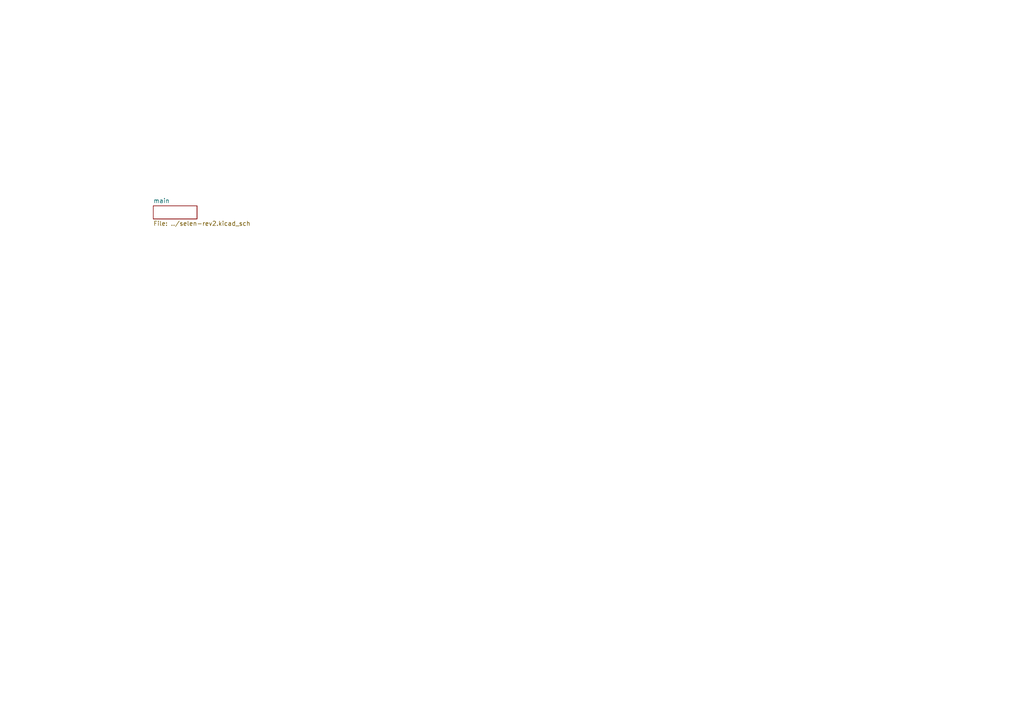
<source format=kicad_sch>
(kicad_sch (version 20211123) (generator eeschema)
  (paper "A4")
  (lib_symbols)
  (sheet (at 44.45 59.69) (size 12.7 3.81) (stroke (width 0.1524))
    (property "Sheet name" "main" (at 44.45 58.9784 0) (effects (justify left bottom)))
    (property "Sheet file" "../selen-rev2.kicad_sch" (at 44.45 64.0846 0) (effects (justify left top)))
  )
)
</source>
